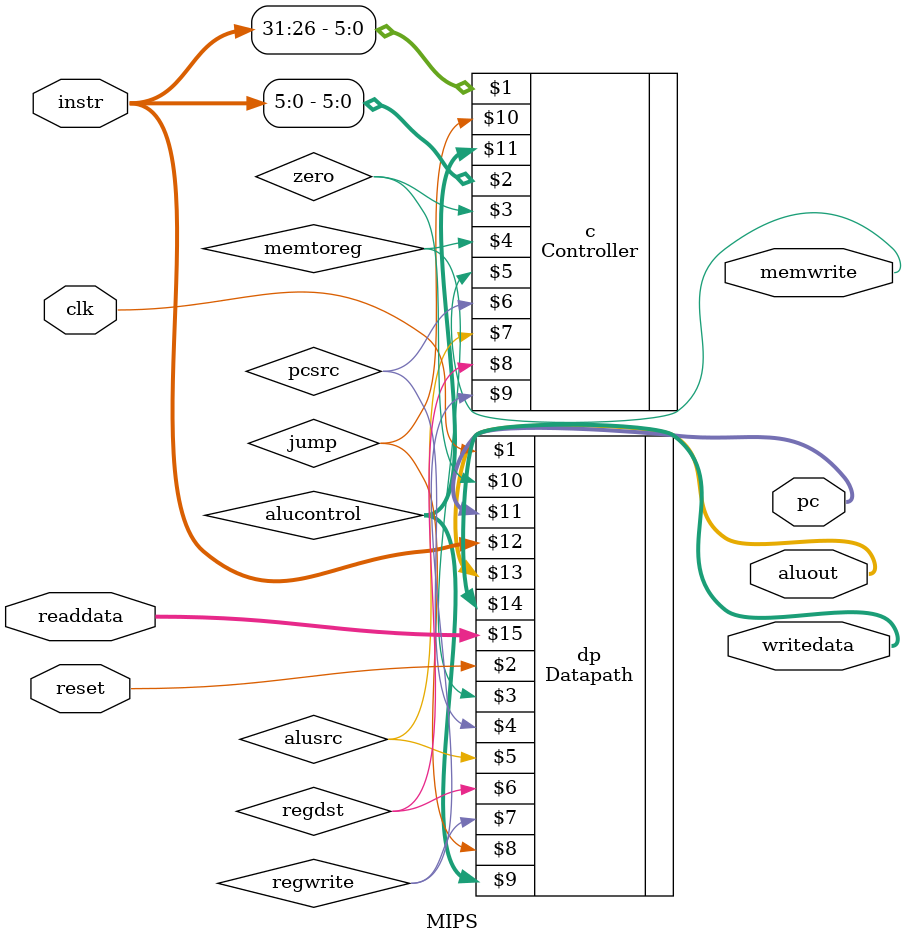
<source format=sv>
module MIPS(
	input logic clk, reset,
	output logic [31:0] pc,
	input logic [31:0] instr,
	output logic memwrite,
	output logic [31:0] aluout, writedata,
	input logic [31:0] readdata
);

	logic memtoreg, alusrc, regdst,
	regwrite, jump, pcsrc, zero;
	logic [2:0] alucontrol;

	
	Controller c(instr[31:26], instr[5:0], zero,
					memtoreg, memwrite, pcsrc,
					alusrc, regdst, regwrite, jump,
					alucontrol);
	
	Datapath dp(clk, reset, memtoreg, pcsrc,
					alusrc, regdst, regwrite, jump,
					alucontrol,	zero, pc, instr,
					aluout, writedata, readdata);
endmodule 
</source>
